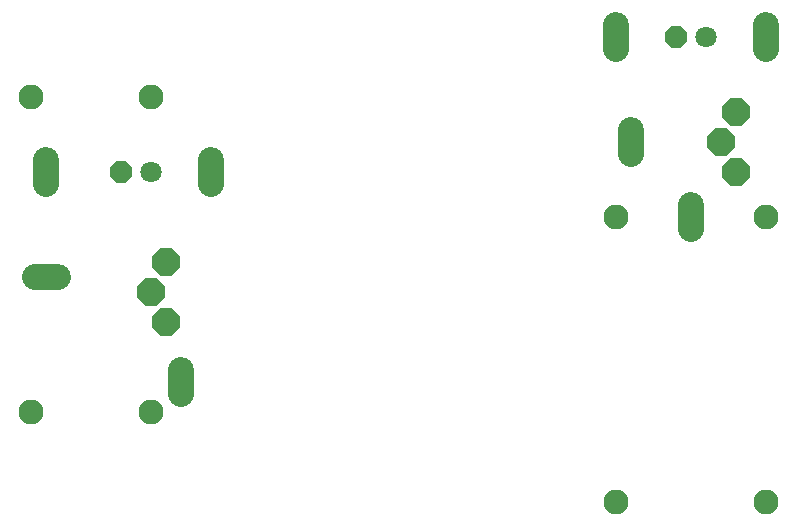
<source format=gbr>
G04 EAGLE Gerber RS-274X export*
G75*
%MOMM*%
%FSLAX34Y34*%
%LPD*%
%INSoldermask Bottom*%
%IPPOS*%
%AMOC8*
5,1,8,0,0,1.08239X$1,22.5*%
G01*
%ADD10C,0.553200*%
%ADD11C,2.108200*%
%ADD12P,1.951982X8X202.500000*%
%ADD13C,1.803400*%
%ADD14C,2.184400*%
%ADD15P,2.556822X8X22.500000*%


D10*
X431800Y482600D03*
D11*
X317500Y622300D03*
X419100Y622300D03*
X317500Y355600D03*
X419100Y355600D03*
X812800Y520700D03*
X939800Y520700D03*
X939800Y279400D03*
X812800Y279400D03*
D12*
X393700Y558800D03*
D13*
X419100Y558800D03*
D14*
X469900Y548894D02*
X469900Y568706D01*
X340106Y469900D02*
X320294Y469900D01*
X444500Y390906D02*
X444500Y371094D01*
X330200Y548894D02*
X330200Y568706D01*
D15*
X431800Y482600D03*
X419100Y457200D03*
X431800Y431800D03*
D12*
X863600Y673100D03*
D13*
X889000Y673100D03*
D14*
X939800Y663194D02*
X939800Y683006D01*
X825500Y594106D02*
X825500Y574294D01*
X876300Y530606D02*
X876300Y510794D01*
X812800Y663194D02*
X812800Y683006D01*
D15*
X914400Y609600D03*
X901700Y584200D03*
X914400Y558800D03*
M02*

</source>
